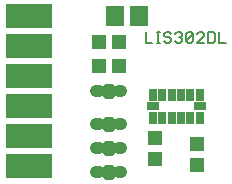
<source format=gts>
G75*
%MOIN*%
%OFA0B0*%
%FSLAX25Y25*%
%IPPOS*%
%LPD*%
%AMOC8*
5,1,8,0,0,1.08239X$1,22.5*
%
%ADD10C,0.00600*%
%ADD11R,0.05918X0.07099*%
%ADD12R,0.05052X0.04934*%
%ADD13R,0.15800X0.08400*%
%ADD14R,0.02965X0.04146*%
%ADD15R,0.04146X0.02965*%
%ADD16R,0.04737X0.05131*%
%ADD17C,0.03950*%
%ADD18C,0.01975*%
D10*
X0059300Y0075402D02*
X0061569Y0075402D01*
X0062983Y0075402D02*
X0064117Y0075402D01*
X0063550Y0075402D02*
X0063550Y0078805D01*
X0062983Y0078805D02*
X0064117Y0078805D01*
X0065439Y0078238D02*
X0065439Y0077671D01*
X0066006Y0077103D01*
X0067140Y0077103D01*
X0067707Y0076536D01*
X0067707Y0075969D01*
X0067140Y0075402D01*
X0066006Y0075402D01*
X0065439Y0075969D01*
X0065439Y0078238D02*
X0066006Y0078805D01*
X0067140Y0078805D01*
X0067707Y0078238D01*
X0069122Y0078238D02*
X0069689Y0078805D01*
X0070823Y0078805D01*
X0071390Y0078238D01*
X0071390Y0077671D01*
X0070823Y0077103D01*
X0071390Y0076536D01*
X0071390Y0075969D01*
X0070823Y0075402D01*
X0069689Y0075402D01*
X0069122Y0075969D01*
X0070256Y0077103D02*
X0070823Y0077103D01*
X0072805Y0075969D02*
X0072805Y0078238D01*
X0073372Y0078805D01*
X0074506Y0078805D01*
X0075073Y0078238D01*
X0072805Y0075969D01*
X0073372Y0075402D01*
X0074506Y0075402D01*
X0075073Y0075969D01*
X0075073Y0078238D01*
X0076488Y0078238D02*
X0077055Y0078805D01*
X0078189Y0078805D01*
X0078757Y0078238D01*
X0078757Y0077671D01*
X0076488Y0075402D01*
X0078757Y0075402D01*
X0080171Y0075402D02*
X0081873Y0075402D01*
X0082440Y0075969D01*
X0082440Y0078238D01*
X0081873Y0078805D01*
X0080171Y0078805D01*
X0080171Y0075402D01*
X0083854Y0075402D02*
X0083854Y0078805D01*
X0083854Y0075402D02*
X0086123Y0075402D01*
X0059300Y0075402D02*
X0059300Y0078805D01*
D11*
X0056937Y0084102D03*
X0049063Y0084102D03*
D12*
X0062500Y0043547D03*
X0062500Y0036657D03*
X0076500Y0034657D03*
X0076500Y0041547D03*
D13*
X0020500Y0034102D03*
X0020500Y0044102D03*
X0020500Y0054102D03*
X0020500Y0064102D03*
X0020500Y0074102D03*
X0020500Y0084102D03*
D14*
X0061626Y0057941D03*
X0064776Y0057941D03*
X0067925Y0057941D03*
X0071075Y0057941D03*
X0074224Y0057941D03*
X0077374Y0057941D03*
X0077374Y0050263D03*
X0074224Y0050263D03*
X0071075Y0050263D03*
X0067925Y0050263D03*
X0064776Y0050263D03*
X0061626Y0050263D03*
D15*
X0061724Y0054102D03*
X0077276Y0054102D03*
D16*
X0050346Y0067602D03*
X0043654Y0067602D03*
X0043654Y0075602D03*
X0050346Y0075602D03*
D17*
X0050300Y0059102D02*
X0051086Y0059102D01*
X0043700Y0059102D02*
X0042914Y0059102D01*
X0042914Y0048102D02*
X0043700Y0048102D01*
X0050300Y0048102D02*
X0051086Y0048102D01*
X0051086Y0040102D02*
X0050300Y0040102D01*
X0043700Y0040102D02*
X0042914Y0040102D01*
X0042914Y0032102D02*
X0043700Y0032102D01*
X0050300Y0032102D02*
X0051086Y0032102D01*
D18*
X0046012Y0030721D02*
X0046012Y0033483D01*
X0047988Y0033483D01*
X0047988Y0030721D01*
X0046012Y0030721D01*
X0046012Y0032695D02*
X0047988Y0032695D01*
X0046012Y0038721D02*
X0046012Y0041483D01*
X0047988Y0041483D01*
X0047988Y0038721D01*
X0046012Y0038721D01*
X0046012Y0040695D02*
X0047988Y0040695D01*
X0046012Y0046721D02*
X0046012Y0049483D01*
X0047988Y0049483D01*
X0047988Y0046721D01*
X0046012Y0046721D01*
X0046012Y0048695D02*
X0047988Y0048695D01*
X0046012Y0057721D02*
X0046012Y0060483D01*
X0047988Y0060483D01*
X0047988Y0057721D01*
X0046012Y0057721D01*
X0046012Y0059695D02*
X0047988Y0059695D01*
M02*

</source>
